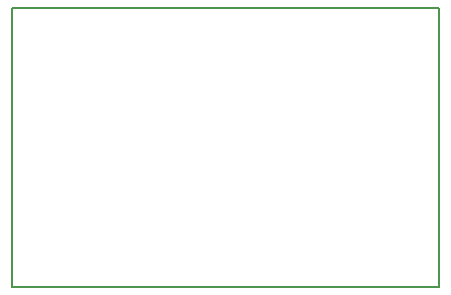
<source format=gm1>
G04 #@! TF.GenerationSoftware,KiCad,Pcbnew,(2017-01-24 revision 0b6147e)-makepkg*
G04 #@! TF.CreationDate,2017-01-26T21:48:18+05:30*
G04 #@! TF.ProjectId,bRF24-breakout,62524632342D627265616B6F75742E6B,0.01*
G04 #@! TF.FileFunction,Profile,NP*
%FSLAX46Y46*%
G04 Gerber Fmt 4.6, Leading zero omitted, Abs format (unit mm)*
G04 Created by KiCad (PCBNEW (2017-01-24 revision 0b6147e)-makepkg) date 01/26/17 21:48:18*
%MOMM*%
%LPD*%
G01*
G04 APERTURE LIST*
%ADD10C,0.100000*%
%ADD11C,0.150000*%
G04 APERTURE END LIST*
D10*
D11*
X158496000Y-71374000D02*
X158369000Y-71374000D01*
X158496000Y-94996000D02*
X158496000Y-71374000D01*
X122301000Y-94996000D02*
X158496000Y-94996000D01*
X122301000Y-71374000D02*
X122301000Y-94996000D01*
X158369000Y-71374000D02*
X122301000Y-71374000D01*
M02*

</source>
